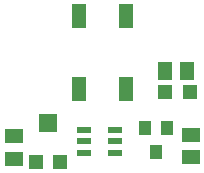
<source format=gbr>
G04 EAGLE Gerber RS-274X export*
G75*
%MOMM*%
%FSLAX34Y34*%
%LPD*%
%INSolderpaste Top*%
%IPPOS*%
%AMOC8*
5,1,8,0,0,1.08239X$1,22.5*%
G01*
%ADD10R,1.200000X0.550000*%
%ADD11R,1.600000X1.500000*%
%ADD12R,1.200000X1.200000*%
%ADD13R,1.200000X2.000000*%
%ADD14R,1.000000X1.200000*%
%ADD15R,1.240000X1.500000*%
%ADD16R,1.500000X1.240000*%


D10*
X58120Y76810D03*
X58120Y67310D03*
X58120Y57810D03*
X84120Y57810D03*
X84120Y67310D03*
X84120Y76810D03*
D11*
X27940Y82445D03*
D12*
X17940Y49945D03*
X37940Y49945D03*
D13*
X93660Y173240D03*
X93660Y111240D03*
X53660Y111240D03*
X53660Y173240D03*
D14*
X119380Y58580D03*
X109880Y78580D03*
X128880Y78580D03*
D12*
X147660Y109220D03*
X126660Y109220D03*
D15*
X126390Y127000D03*
X145390Y127000D03*
D16*
X148590Y73000D03*
X148590Y54000D03*
X-1270Y52730D03*
X-1270Y71730D03*
M02*

</source>
